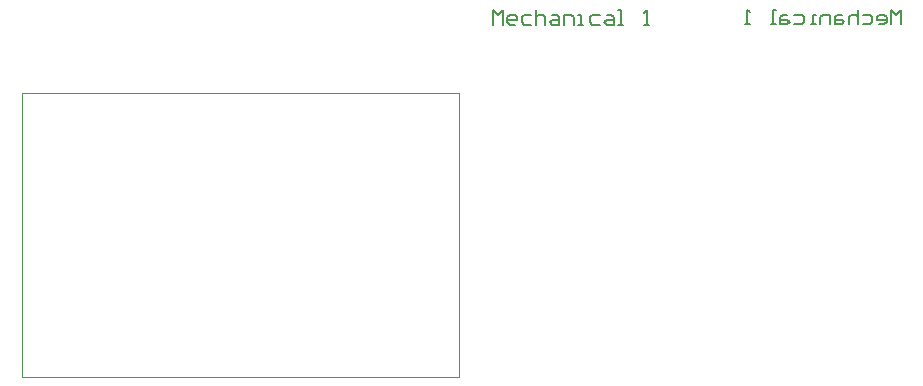
<source format=gm1>
G04*
G04 #@! TF.GenerationSoftware,Altium Limited,Altium Designer,24.3.1 (35)*
G04*
G04 Layer_Color=16711935*
%FSLAX44Y44*%
%MOMM*%
G71*
G04*
G04 #@! TF.SameCoordinates,254911FF-814D-4673-B187-D90DD251410E*
G04*
G04*
G04 #@! TF.FilePolarity,Positive*
G04*
G01*
G75*
%ADD15C,0.1500*%
%ADD45C,0.0500*%
D15*
X398750Y298000D02*
Y309996D01*
X402748Y305998D01*
X406747Y309996D01*
Y298000D01*
X416744D02*
X412745D01*
X410746Y300000D01*
Y303998D01*
X412745Y305998D01*
X416744D01*
X418743Y303998D01*
Y301999D01*
X410746D01*
X430740Y305998D02*
X424741D01*
X422742Y303998D01*
Y300000D01*
X424741Y298000D01*
X430740D01*
X434738Y309996D02*
Y298000D01*
Y303998D01*
X436738Y305998D01*
X440736D01*
X442736Y303998D01*
Y298000D01*
X448734Y305998D02*
X452732D01*
X454732Y303998D01*
Y298000D01*
X448734D01*
X446734Y300000D01*
X448734Y301999D01*
X454732D01*
X458730Y298000D02*
Y305998D01*
X464729D01*
X466728Y303998D01*
Y298000D01*
X470727D02*
X474725D01*
X472726D01*
Y305998D01*
X470727D01*
X488721D02*
X482723D01*
X480723Y303998D01*
Y300000D01*
X482723Y298000D01*
X488721D01*
X494719Y305998D02*
X498717D01*
X500717Y303998D01*
Y298000D01*
X494719D01*
X492719Y300000D01*
X494719Y301999D01*
X500717D01*
X504715Y298000D02*
X508714D01*
X506715D01*
Y309996D01*
X504715D01*
X526708Y298000D02*
X530707D01*
X528708D01*
Y309996D01*
X526708Y307997D01*
X743750Y298250D02*
Y310246D01*
X739751Y306248D01*
X735752Y310246D01*
Y298250D01*
X725756D02*
X729754D01*
X731754Y300250D01*
Y304248D01*
X729754Y306248D01*
X725756D01*
X723756Y304248D01*
Y302249D01*
X731754D01*
X711760Y306248D02*
X717758D01*
X719758Y304248D01*
Y300250D01*
X717758Y298250D01*
X711760D01*
X707762Y310246D02*
Y298250D01*
Y304248D01*
X705762Y306248D01*
X701763D01*
X699764Y304248D01*
Y298250D01*
X693766Y306248D02*
X689767D01*
X687768Y304248D01*
Y298250D01*
X693766D01*
X695765Y300250D01*
X693766Y302249D01*
X687768D01*
X683769Y298250D02*
Y306248D01*
X677771D01*
X675772Y304248D01*
Y298250D01*
X671773D02*
X667774D01*
X669774D01*
Y306248D01*
X671773D01*
X653779D02*
X659777D01*
X661776Y304248D01*
Y300250D01*
X659777Y298250D01*
X653779D01*
X647781Y306248D02*
X643782D01*
X641783Y304248D01*
Y298250D01*
X647781D01*
X649780Y300250D01*
X647781Y302249D01*
X641783D01*
X637784Y298250D02*
X633785D01*
X635785D01*
Y310246D01*
X637784D01*
X615791Y298250D02*
X611792D01*
X613792D01*
Y310246D01*
X615791Y308247D01*
D45*
X0Y0D02*
Y240000D01*
Y0D02*
X370000D01*
Y240000D01*
X0D02*
X370000D01*
X370000Y5000D02*
Y235000D01*
X0Y5000D02*
X0Y5000D01*
X0Y235000D02*
X0Y235000D01*
X0Y5000D02*
Y235000D01*
M02*

</source>
